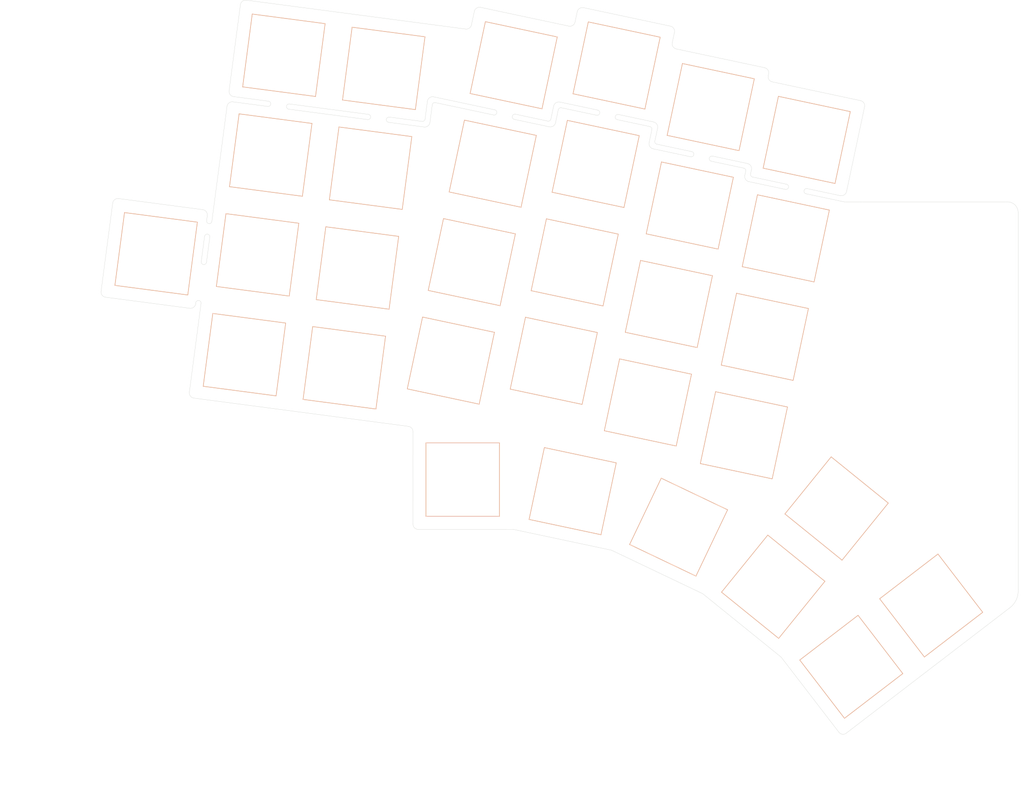
<source format=kicad_pcb>
(kicad_pcb (version 20171130) (host pcbnew 5.1.10-88a1d61d58~88~ubuntu18.04.1)

  (general
    (thickness 1.6)
    (drawings 151)
    (tracks 0)
    (zones 0)
    (modules 32)
    (nets 1)
  )

  (page A4)
  (layers
    (0 F.Cu signal)
    (31 B.Cu signal)
    (32 B.Adhes user)
    (33 F.Adhes user)
    (34 B.Paste user)
    (35 F.Paste user)
    (36 B.SilkS user)
    (37 F.SilkS user)
    (38 B.Mask user)
    (39 F.Mask user)
    (40 Dwgs.User user)
    (41 Cmts.User user)
    (42 Eco1.User user)
    (43 Eco2.User user)
    (44 Edge.Cuts user)
    (45 Margin user)
    (46 B.CrtYd user)
    (47 F.CrtYd user)
    (48 B.Fab user)
    (49 F.Fab user)
  )

  (setup
    (last_trace_width 0.25)
    (trace_clearance 0.2)
    (zone_clearance 0.508)
    (zone_45_only no)
    (trace_min 0.2)
    (via_size 0.8)
    (via_drill 0.4)
    (via_min_size 0.4)
    (via_min_drill 0.3)
    (uvia_size 0.3)
    (uvia_drill 0.1)
    (uvias_allowed no)
    (uvia_min_size 0.2)
    (uvia_min_drill 0.1)
    (edge_width 0.05)
    (segment_width 0.2)
    (pcb_text_width 0.3)
    (pcb_text_size 1.5 1.5)
    (mod_edge_width 0.12)
    (mod_text_size 1 1)
    (mod_text_width 0.15)
    (pad_size 1.524 1.524)
    (pad_drill 0.762)
    (pad_to_mask_clearance 0)
    (aux_axis_origin 0 0)
    (visible_elements FFFFFF7F)
    (pcbplotparams
      (layerselection 0x010fc_ffffffff)
      (usegerberextensions false)
      (usegerberattributes true)
      (usegerberadvancedattributes true)
      (creategerberjobfile true)
      (excludeedgelayer true)
      (linewidth 0.100000)
      (plotframeref false)
      (viasonmask false)
      (mode 1)
      (useauxorigin false)
      (hpglpennumber 1)
      (hpglpenspeed 20)
      (hpglpendiameter 15.000000)
      (psnegative false)
      (psa4output false)
      (plotreference true)
      (plotvalue true)
      (plotinvisibletext false)
      (padsonsilk false)
      (subtractmaskfromsilk false)
      (outputformat 4)
      (mirror true)
      (drillshape 0)
      (scaleselection 1)
      (outputdirectory ""))
  )

  (net 0 "")

  (net_class Default "This is the default net class."
    (clearance 0.2)
    (trace_width 0.25)
    (via_dia 0.8)
    (via_drill 0.4)
    (uvia_dia 0.3)
    (uvia_drill 0.1)
  )

  (module used_footprints:CherryMX_Hole_for_layout_tester (layer F.Cu) (tedit 606D9746) (tstamp 60E6FA54)
    (at 83.504186 69.559254 172.5)
    (path /5DAC0C81)
    (fp_text reference SW13 (at -0.04 -3.53 352.5) (layer F.Fab)
      (effects (font (size 1 1) (thickness 0.15)))
    )
    (fp_text value SW_Push (at 0 -8.6 352.5) (layer F.Fab) hide
      (effects (font (size 1 1) (thickness 0.15)))
    )
    (fp_line (start -6.95 6.95) (end 6.95 6.95) (layer F.SilkS) (width 0.12))
    (fp_line (start -6.95 6.95) (end -6.95 -6.95) (layer F.SilkS) (width 0.12))
    (fp_line (start 6.95 6.95) (end 6.95 -6.95) (layer F.SilkS) (width 0.12))
    (fp_line (start 6.95 -6.95) (end -6.95 -6.95) (layer F.SilkS) (width 0.12))
    (fp_line (start -6.95 6.95) (end -6.95 -6.95) (layer B.SilkS) (width 0.12))
    (fp_line (start 6.95 6.95) (end 6.95 -6.95) (layer B.SilkS) (width 0.12))
    (fp_line (start 6.95 -6.95) (end -6.95 -6.95) (layer B.SilkS) (width 0.12))
    (fp_line (start -6.95 6.95) (end 6.95 6.95) (layer B.SilkS) (width 0.12))
    (fp_line (start 0 -0.25) (end 0 0.25) (layer Cmts.User) (width 0.12))
    (fp_line (start -0.25 0) (end 0.25 0) (layer Cmts.User) (width 0.12))
  )

  (module used_footprints:CherryMX_Hole_for_layout_tester (layer F.Cu) (tedit 606D9746) (tstamp 60E6FA0C)
    (at 120.05976 89.572763 168)
    (path /5DAC4A72)
    (fp_text reference SW22 (at -0.04 -3.529999 348) (layer F.Fab)
      (effects (font (size 1 1) (thickness 0.15)))
    )
    (fp_text value SW_Push (at 0.000002 -8.6 348) (layer F.Fab) hide
      (effects (font (size 1 1) (thickness 0.15)))
    )
    (fp_line (start -6.95 6.95) (end 6.95 6.95) (layer F.SilkS) (width 0.12))
    (fp_line (start -6.95 6.95) (end -6.95 -6.95) (layer F.SilkS) (width 0.12))
    (fp_line (start 6.95 6.95) (end 6.95 -6.95) (layer F.SilkS) (width 0.12))
    (fp_line (start 6.95 -6.95) (end -6.95 -6.95) (layer F.SilkS) (width 0.12))
    (fp_line (start -6.95 6.95) (end -6.95 -6.95) (layer B.SilkS) (width 0.12))
    (fp_line (start 6.95 6.95) (end 6.95 -6.95) (layer B.SilkS) (width 0.12))
    (fp_line (start 6.95 -6.95) (end -6.95 -6.95) (layer B.SilkS) (width 0.12))
    (fp_line (start -6.95 6.95) (end 6.95 6.95) (layer B.SilkS) (width 0.12))
    (fp_line (start 0 -0.25) (end 0 0.25) (layer Cmts.User) (width 0.12))
    (fp_line (start -0.25 0) (end 0.25 0) (layer Cmts.User) (width 0.12))
  )

  (module used_footprints:CherryMX_Hole_for_layout_tester (layer F.Cu) (tedit 606D9746) (tstamp 60E6F9F2)
    (at 102.391234 72.045774 172.5)
    (path /5DAC0C87)
    (fp_text reference SW14 (at -0.04 -3.53 352.5) (layer F.Fab)
      (effects (font (size 1 1) (thickness 0.15)))
    )
    (fp_text value SW_Push (at 0 -8.6 352.5) (layer F.Fab) hide
      (effects (font (size 1 1) (thickness 0.15)))
    )
    (fp_line (start -6.95 6.95) (end 6.95 6.95) (layer F.SilkS) (width 0.12))
    (fp_line (start -6.95 6.95) (end -6.95 -6.95) (layer F.SilkS) (width 0.12))
    (fp_line (start 6.95 6.95) (end 6.95 -6.95) (layer F.SilkS) (width 0.12))
    (fp_line (start 6.95 -6.95) (end -6.95 -6.95) (layer F.SilkS) (width 0.12))
    (fp_line (start -6.95 6.95) (end -6.95 -6.95) (layer B.SilkS) (width 0.12))
    (fp_line (start 6.95 6.95) (end 6.95 -6.95) (layer B.SilkS) (width 0.12))
    (fp_line (start 6.95 -6.95) (end -6.95 -6.95) (layer B.SilkS) (width 0.12))
    (fp_line (start -6.95 6.95) (end 6.95 6.95) (layer B.SilkS) (width 0.12))
    (fp_line (start 0 -0.25) (end 0 0.25) (layer Cmts.User) (width 0.12))
    (fp_line (start -0.25 0) (end 0.25 0) (layer Cmts.User) (width 0.12))
  )

  (module used_footprints:CherryMX_Hole_for_layout_tester (layer F.Cu) (tedit 606D9746) (tstamp 60E6F9D8)
    (at 195.791131 147.520295 307.5)
    (path /60748C2D)
    (fp_text reference SW32 (at -0.04 -3.53 307.5) (layer F.Fab)
      (effects (font (size 1 1) (thickness 0.15)))
    )
    (fp_text value SW_Push (at 0 -8.6 307.5) (layer F.Fab) hide
      (effects (font (size 1 1) (thickness 0.15)))
    )
    (fp_line (start -6.95 6.95) (end 6.95 6.95) (layer F.SilkS) (width 0.12))
    (fp_line (start -6.95 6.95) (end -6.95 -6.95) (layer F.SilkS) (width 0.12))
    (fp_line (start 6.95 6.95) (end 6.95 -6.95) (layer F.SilkS) (width 0.12))
    (fp_line (start 6.95 -6.95) (end -6.95 -6.95) (layer F.SilkS) (width 0.12))
    (fp_line (start -6.95 6.95) (end -6.95 -6.95) (layer B.SilkS) (width 0.12))
    (fp_line (start 6.95 6.95) (end 6.95 -6.95) (layer B.SilkS) (width 0.12))
    (fp_line (start 6.95 -6.95) (end -6.95 -6.95) (layer B.SilkS) (width 0.12))
    (fp_line (start -6.95 6.95) (end 6.95 6.95) (layer B.SilkS) (width 0.12))
    (fp_line (start 0 -0.25) (end 0 0.25) (layer Cmts.User) (width 0.12))
    (fp_line (start -0.25 0) (end 0.25 0) (layer Cmts.User) (width 0.12))
  )

  (module used_footprints:CherryMX_Hole_for_layout_tester (layer F.Cu) (tedit 606D9746) (tstamp 60E6F9BE)
    (at 147.44654 52.353461 168)
    (path /5DABCF8B)
    (fp_text reference SW10 (at -0.04 -3.529999 348) (layer F.Fab)
      (effects (font (size 1 1) (thickness 0.15)))
    )
    (fp_text value SW_Push (at 0.000002 -8.6 348) (layer F.Fab) hide
      (effects (font (size 1 1) (thickness 0.15)))
    )
    (fp_line (start -6.95 6.95) (end 6.95 6.95) (layer F.SilkS) (width 0.12))
    (fp_line (start -6.95 6.95) (end -6.95 -6.95) (layer F.SilkS) (width 0.12))
    (fp_line (start 6.95 6.95) (end 6.95 -6.95) (layer F.SilkS) (width 0.12))
    (fp_line (start 6.95 -6.95) (end -6.95 -6.95) (layer F.SilkS) (width 0.12))
    (fp_line (start -6.95 6.95) (end -6.95 -6.95) (layer B.SilkS) (width 0.12))
    (fp_line (start 6.95 6.95) (end 6.95 -6.95) (layer B.SilkS) (width 0.12))
    (fp_line (start 6.95 -6.95) (end -6.95 -6.95) (layer B.SilkS) (width 0.12))
    (fp_line (start -6.95 6.95) (end 6.95 6.95) (layer B.SilkS) (width 0.12))
    (fp_line (start 0 -0.25) (end 0 0.25) (layer Cmts.User) (width 0.12))
    (fp_line (start -0.25 0) (end 0.25 0) (layer Cmts.User) (width 0.12))
  )

  (module used_footprints:CherryMX_Hole_for_layout_tester (layer F.Cu) (tedit 606D9746) (tstamp 60E6F9A4)
    (at 143.098288 114.276685 348)
    (path /5DAC93EC)
    (fp_text reference SW29 (at -0.04 -3.529999 348) (layer F.Fab)
      (effects (font (size 1 1) (thickness 0.15)))
    )
    (fp_text value SW_Push (at 0.000002 -8.6 348) (layer F.Fab) hide
      (effects (font (size 1 1) (thickness 0.15)))
    )
    (fp_line (start -6.95 6.95) (end 6.95 6.95) (layer F.SilkS) (width 0.12))
    (fp_line (start -6.95 6.95) (end -6.95 -6.95) (layer F.SilkS) (width 0.12))
    (fp_line (start 6.95 6.95) (end 6.95 -6.95) (layer F.SilkS) (width 0.12))
    (fp_line (start 6.95 -6.95) (end -6.95 -6.95) (layer F.SilkS) (width 0.12))
    (fp_line (start -6.95 6.95) (end -6.95 -6.95) (layer B.SilkS) (width 0.12))
    (fp_line (start 6.95 6.95) (end 6.95 -6.95) (layer B.SilkS) (width 0.12))
    (fp_line (start 6.95 -6.95) (end -6.95 -6.95) (layer B.SilkS) (width 0.12))
    (fp_line (start -6.95 6.95) (end 6.95 6.95) (layer B.SilkS) (width 0.12))
    (fp_line (start 0 -0.25) (end 0 0.25) (layer Cmts.User) (width 0.12))
    (fp_line (start -0.25 0) (end 0.25 0) (layer Cmts.User) (width 0.12))
  )

  (module used_footprints:CherryMX_Hole_for_layout_tester (layer F.Cu) (tedit 606D9746) (tstamp 60E6F985)
    (at 127.981163 52.305331 168)
    (path /5DABCF85)
    (fp_text reference SW9 (at -0.04 -3.529999 348) (layer F.Fab)
      (effects (font (size 1 1) (thickness 0.15)))
    )
    (fp_text value SW_Push (at 0.000002 -8.6 348) (layer F.Fab) hide
      (effects (font (size 1 1) (thickness 0.15)))
    )
    (fp_line (start -6.95 6.95) (end 6.95 6.95) (layer F.SilkS) (width 0.12))
    (fp_line (start -6.95 6.95) (end -6.95 -6.95) (layer F.SilkS) (width 0.12))
    (fp_line (start 6.95 6.95) (end 6.95 -6.95) (layer F.SilkS) (width 0.12))
    (fp_line (start 6.95 -6.95) (end -6.95 -6.95) (layer F.SilkS) (width 0.12))
    (fp_line (start -6.95 6.95) (end -6.95 -6.95) (layer B.SilkS) (width 0.12))
    (fp_line (start 6.95 6.95) (end 6.95 -6.95) (layer B.SilkS) (width 0.12))
    (fp_line (start 6.95 -6.95) (end -6.95 -6.95) (layer B.SilkS) (width 0.12))
    (fp_line (start -6.95 6.95) (end 6.95 6.95) (layer B.SilkS) (width 0.12))
    (fp_line (start 0 -0.25) (end 0 0.25) (layer Cmts.User) (width 0.12))
    (fp_line (start -0.25 0) (end 0.25 0) (layer Cmts.User) (width 0.12))
  )

  (module used_footprints:CherryMX_Hole_for_layout_tester (layer F.Cu) (tedit 606D9746) (tstamp 60E6F95A)
    (at 139.526671 89.613545 168)
    (path /5DAC4A78)
    (fp_text reference SW23 (at -0.04 -3.529999 348) (layer F.Fab)
      (effects (font (size 1 1) (thickness 0.15)))
    )
    (fp_text value SW_Push (at 0.000002 -8.6 348) (layer F.Fab) hide
      (effects (font (size 1 1) (thickness 0.15)))
    )
    (fp_line (start -6.95 6.95) (end 6.95 6.95) (layer F.SilkS) (width 0.12))
    (fp_line (start -6.95 6.95) (end -6.95 -6.95) (layer F.SilkS) (width 0.12))
    (fp_line (start 6.95 6.95) (end 6.95 -6.95) (layer F.SilkS) (width 0.12))
    (fp_line (start 6.95 -6.95) (end -6.95 -6.95) (layer F.SilkS) (width 0.12))
    (fp_line (start -6.95 6.95) (end -6.95 -6.95) (layer B.SilkS) (width 0.12))
    (fp_line (start 6.95 6.95) (end 6.95 -6.95) (layer B.SilkS) (width 0.12))
    (fp_line (start 6.95 -6.95) (end -6.95 -6.95) (layer B.SilkS) (width 0.12))
    (fp_line (start -6.95 6.95) (end 6.95 6.95) (layer B.SilkS) (width 0.12))
    (fp_line (start 0 -0.25) (end 0 0.25) (layer Cmts.User) (width 0.12))
    (fp_line (start -0.25 0) (end 0.25 0) (layer Cmts.User) (width 0.12))
  )

  (module used_footprints:CherryMX_Hole_for_layout_tester (layer F.Cu) (tedit 606D9746) (tstamp 60E6F940)
    (at 175.482693 103.704653 168)
    (path /60606272)
    (fp_text reference SW25 (at -0.04 -3.529999 348) (layer F.Fab)
      (effects (font (size 1 1) (thickness 0.15)))
    )
    (fp_text value SW_Push (at 0.000002 -8.6 348) (layer F.Fab) hide
      (effects (font (size 1 1) (thickness 0.15)))
    )
    (fp_line (start -6.95 6.95) (end 6.95 6.95) (layer F.SilkS) (width 0.12))
    (fp_line (start -6.95 6.95) (end -6.95 -6.95) (layer F.SilkS) (width 0.12))
    (fp_line (start 6.95 6.95) (end 6.95 -6.95) (layer F.SilkS) (width 0.12))
    (fp_line (start 6.95 -6.95) (end -6.95 -6.95) (layer F.SilkS) (width 0.12))
    (fp_line (start -6.95 6.95) (end -6.95 -6.95) (layer B.SilkS) (width 0.12))
    (fp_line (start 6.95 6.95) (end 6.95 -6.95) (layer B.SilkS) (width 0.12))
    (fp_line (start 6.95 -6.95) (end -6.95 -6.95) (layer B.SilkS) (width 0.12))
    (fp_line (start -6.95 6.95) (end 6.95 6.95) (layer B.SilkS) (width 0.12))
    (fp_line (start 0 -0.25) (end 0 0.25) (layer Cmts.User) (width 0.12))
    (fp_line (start -0.25 0) (end 0.25 0) (layer Cmts.User) (width 0.12))
  )

  (module used_footprints:CherryMX_Hole_for_layout_tester (layer F.Cu) (tedit 606D9746) (tstamp 60E6F926)
    (at 99.904687 90.932794 172.5)
    (path /5DAC4A6C)
    (fp_text reference SW21 (at -0.04 -3.53 352.5) (layer F.Fab)
      (effects (font (size 1 1) (thickness 0.15)))
    )
    (fp_text value SW_Push (at 0 -8.6 352.5) (layer F.Fab) hide
      (effects (font (size 1 1) (thickness 0.15)))
    )
    (fp_line (start -6.95 6.95) (end 6.95 6.95) (layer F.SilkS) (width 0.12))
    (fp_line (start -6.95 6.95) (end -6.95 -6.95) (layer F.SilkS) (width 0.12))
    (fp_line (start 6.95 6.95) (end 6.95 -6.95) (layer F.SilkS) (width 0.12))
    (fp_line (start 6.95 -6.95) (end -6.95 -6.95) (layer F.SilkS) (width 0.12))
    (fp_line (start -6.95 6.95) (end -6.95 -6.95) (layer B.SilkS) (width 0.12))
    (fp_line (start 6.95 6.95) (end 6.95 -6.95) (layer B.SilkS) (width 0.12))
    (fp_line (start 6.95 -6.95) (end -6.95 -6.95) (layer B.SilkS) (width 0.12))
    (fp_line (start -6.95 6.95) (end 6.95 6.95) (layer B.SilkS) (width 0.12))
    (fp_line (start 0 -0.25) (end 0 0.25) (layer Cmts.User) (width 0.12))
    (fp_line (start -0.25 0) (end 0.25 0) (layer Cmts.User) (width 0.12))
  )

  (module used_footprints:CherryMX_Hole_for_layout_tester (layer F.Cu) (tedit 606D9746) (tstamp 60E6F8F4)
    (at 179.443432 85.07096 168)
    (path /605152F6)
    (fp_text reference SW18 (at -0.04 -3.529999 348) (layer F.Fab)
      (effects (font (size 1 1) (thickness 0.15)))
    )
    (fp_text value SW_Push (at 0.000002 -8.6 348) (layer F.Fab) hide
      (effects (font (size 1 1) (thickness 0.15)))
    )
    (fp_line (start -6.95 6.95) (end 6.95 6.95) (layer F.SilkS) (width 0.12))
    (fp_line (start -6.95 6.95) (end -6.95 -6.95) (layer F.SilkS) (width 0.12))
    (fp_line (start 6.95 6.95) (end 6.95 -6.95) (layer F.SilkS) (width 0.12))
    (fp_line (start 6.95 -6.95) (end -6.95 -6.95) (layer F.SilkS) (width 0.12))
    (fp_line (start -6.95 6.95) (end -6.95 -6.95) (layer B.SilkS) (width 0.12))
    (fp_line (start 6.95 6.95) (end 6.95 -6.95) (layer B.SilkS) (width 0.12))
    (fp_line (start 6.95 -6.95) (end -6.95 -6.95) (layer B.SilkS) (width 0.12))
    (fp_line (start -6.95 6.95) (end 6.95 6.95) (layer B.SilkS) (width 0.12))
    (fp_line (start 0 -0.25) (end 0 0.25) (layer Cmts.User) (width 0.12))
    (fp_line (start -0.25 0) (end 0.25 0) (layer Cmts.User) (width 0.12))
  )

  (module used_footprints:CherryMX_Hole_for_layout_tester (layer F.Cu) (tedit 606D9746) (tstamp 60E6F8A0)
    (at 143.485825 70.987183 168)
    (path /5DAC0C93)
    (fp_text reference SW16 (at -0.04 -3.529999 348) (layer F.Fab)
      (effects (font (size 1 1) (thickness 0.15)))
    )
    (fp_text value SW_Push (at 0.000002 -8.6 348) (layer F.Fab) hide
      (effects (font (size 1 1) (thickness 0.15)))
    )
    (fp_line (start -6.95 6.95) (end 6.95 6.95) (layer F.SilkS) (width 0.12))
    (fp_line (start -6.95 6.95) (end -6.95 -6.95) (layer F.SilkS) (width 0.12))
    (fp_line (start 6.95 6.95) (end 6.95 -6.95) (layer F.SilkS) (width 0.12))
    (fp_line (start 6.95 -6.95) (end -6.95 -6.95) (layer F.SilkS) (width 0.12))
    (fp_line (start -6.95 6.95) (end -6.95 -6.95) (layer B.SilkS) (width 0.12))
    (fp_line (start 6.95 6.95) (end 6.95 -6.95) (layer B.SilkS) (width 0.12))
    (fp_line (start 6.95 -6.95) (end -6.95 -6.95) (layer B.SilkS) (width 0.12))
    (fp_line (start -6.95 6.95) (end 6.95 6.95) (layer B.SilkS) (width 0.12))
    (fp_line (start 0 -0.25) (end 0 0.25) (layer Cmts.User) (width 0.12))
    (fp_line (start -0.25 0) (end 0.25 0) (layer Cmts.User) (width 0.12))
  )

  (module used_footprints:CherryMX_Hole_for_layout_tester (layer F.Cu) (tedit 606D9746) (tstamp 60E6F886)
    (at 81.017676 88.446257 172.5)
    (path /5DAC4A66)
    (fp_text reference SW20 (at -0.04 -3.53 352.5) (layer F.Fab)
      (effects (font (size 1 1) (thickness 0.15)))
    )
    (fp_text value SW_Push (at 0 -8.6 352.5) (layer F.Fab) hide
      (effects (font (size 1 1) (thickness 0.15)))
    )
    (fp_line (start -6.95 6.95) (end 6.95 6.95) (layer F.SilkS) (width 0.12))
    (fp_line (start -6.95 6.95) (end -6.95 -6.95) (layer F.SilkS) (width 0.12))
    (fp_line (start 6.95 6.95) (end 6.95 -6.95) (layer F.SilkS) (width 0.12))
    (fp_line (start 6.95 -6.95) (end -6.95 -6.95) (layer F.SilkS) (width 0.12))
    (fp_line (start -6.95 6.95) (end -6.95 -6.95) (layer B.SilkS) (width 0.12))
    (fp_line (start 6.95 6.95) (end 6.95 -6.95) (layer B.SilkS) (width 0.12))
    (fp_line (start 6.95 -6.95) (end -6.95 -6.95) (layer B.SilkS) (width 0.12))
    (fp_line (start -6.95 6.95) (end 6.95 6.95) (layer B.SilkS) (width 0.12))
    (fp_line (start 0 -0.25) (end 0 0.25) (layer Cmts.User) (width 0.12))
    (fp_line (start -0.25 0) (end 0.25 0) (layer Cmts.User) (width 0.12))
  )

  (module used_footprints:CherryMX_Hole_for_layout_tester (layer F.Cu) (tedit 606D9746) (tstamp 60E6F86C)
    (at 122.290828 112.097075)
    (path /609231DE)
    (fp_text reference SW28 (at -0.04 -3.53 180) (layer F.Fab)
      (effects (font (size 1 1) (thickness 0.15)))
    )
    (fp_text value SW_Push (at 0 -8.6 180) (layer F.Fab) hide
      (effects (font (size 1 1) (thickness 0.15)))
    )
    (fp_line (start -6.95 6.95) (end 6.95 6.95) (layer F.SilkS) (width 0.12))
    (fp_line (start -6.95 6.95) (end -6.95 -6.95) (layer F.SilkS) (width 0.12))
    (fp_line (start 6.95 6.95) (end 6.95 -6.95) (layer F.SilkS) (width 0.12))
    (fp_line (start 6.95 -6.95) (end -6.95 -6.95) (layer F.SilkS) (width 0.12))
    (fp_line (start -6.95 6.95) (end -6.95 -6.95) (layer B.SilkS) (width 0.12))
    (fp_line (start 6.95 6.95) (end 6.95 -6.95) (layer B.SilkS) (width 0.12))
    (fp_line (start 6.95 -6.95) (end -6.95 -6.95) (layer B.SilkS) (width 0.12))
    (fp_line (start -6.95 6.95) (end 6.95 6.95) (layer B.SilkS) (width 0.12))
    (fp_line (start 0 -0.25) (end 0 0.25) (layer Cmts.User) (width 0.12))
    (fp_line (start -0.25 0) (end 0.25 0) (layer Cmts.User) (width 0.12))
  )

  (module used_footprints:CherryMX_Hole_for_layout_tester (layer F.Cu) (tedit 606D9746) (tstamp 60E6F852)
    (at 193.016024 117.563498 141)
    (path /6070B41C)
    (fp_text reference SW26 (at -0.04 -3.53 321) (layer F.Fab)
      (effects (font (size 1 1) (thickness 0.15)))
    )
    (fp_text value SW_Push (at 0 -8.6 321) (layer F.Fab) hide
      (effects (font (size 1 1) (thickness 0.15)))
    )
    (fp_line (start -6.95 6.95) (end 6.95 6.95) (layer F.SilkS) (width 0.12))
    (fp_line (start -6.95 6.95) (end -6.95 -6.95) (layer F.SilkS) (width 0.12))
    (fp_line (start 6.95 6.95) (end 6.95 -6.95) (layer F.SilkS) (width 0.12))
    (fp_line (start 6.95 -6.95) (end -6.95 -6.95) (layer F.SilkS) (width 0.12))
    (fp_line (start -6.95 6.95) (end -6.95 -6.95) (layer B.SilkS) (width 0.12))
    (fp_line (start 6.95 6.95) (end 6.95 -6.95) (layer B.SilkS) (width 0.12))
    (fp_line (start 6.95 -6.95) (end -6.95 -6.95) (layer B.SilkS) (width 0.12))
    (fp_line (start -6.95 6.95) (end 6.95 6.95) (layer B.SilkS) (width 0.12))
    (fp_line (start 0 -0.25) (end 0 0.25) (layer Cmts.User) (width 0.12))
    (fp_line (start -0.25 0) (end 0.25 0) (layer Cmts.User) (width 0.12))
  )

  (module used_footprints:CherryMX_Hole_for_layout_tester (layer F.Cu) (tedit 606D9746) (tstamp 60E6F838)
    (at 88.477249 31.785188 172.5)
    (path /5DAB46E1)
    (fp_text reference SW1 (at -0.04 -3.53 352.5) (layer F.Fab)
      (effects (font (size 1 1) (thickness 0.15)))
    )
    (fp_text value SW_Push (at 0 -8.6 352.5) (layer F.Fab) hide
      (effects (font (size 1 1) (thickness 0.15)))
    )
    (fp_line (start -6.95 6.95) (end 6.95 6.95) (layer F.SilkS) (width 0.12))
    (fp_line (start -6.95 6.95) (end -6.95 -6.95) (layer F.SilkS) (width 0.12))
    (fp_line (start 6.95 6.95) (end 6.95 -6.95) (layer F.SilkS) (width 0.12))
    (fp_line (start 6.95 -6.95) (end -6.95 -6.95) (layer F.SilkS) (width 0.12))
    (fp_line (start -6.95 6.95) (end -6.95 -6.95) (layer B.SilkS) (width 0.12))
    (fp_line (start 6.95 6.95) (end 6.95 -6.95) (layer B.SilkS) (width 0.12))
    (fp_line (start 6.95 -6.95) (end -6.95 -6.95) (layer B.SilkS) (width 0.12))
    (fp_line (start -6.95 6.95) (end 6.95 6.95) (layer B.SilkS) (width 0.12))
    (fp_line (start 0 -0.25) (end 0 0.25) (layer Cmts.User) (width 0.12))
    (fp_line (start -0.25 0) (end 0.25 0) (layer Cmts.User) (width 0.12))
  )

  (module used_footprints:CherryMX_Hole_for_layout_tester (layer F.Cu) (tedit 606D9746) (tstamp 60E6F81E)
    (at 183.404132 66.437218 168)
    (path /604F1B9A)
    (fp_text reference SW12 (at -0.65 -3.5 348) (layer F.Fab)
      (effects (font (size 1 1) (thickness 0.15)))
    )
    (fp_text value SW_Push (at 0.000002 -8.6 348) (layer F.Fab) hide
      (effects (font (size 1 1) (thickness 0.15)))
    )
    (fp_line (start -6.95 6.95) (end 6.95 6.95) (layer F.SilkS) (width 0.12))
    (fp_line (start -6.95 6.95) (end -6.95 -6.95) (layer F.SilkS) (width 0.12))
    (fp_line (start 6.95 6.95) (end 6.95 -6.95) (layer F.SilkS) (width 0.12))
    (fp_line (start 6.95 -6.95) (end -6.95 -6.95) (layer F.SilkS) (width 0.12))
    (fp_line (start -6.95 6.95) (end -6.95 -6.95) (layer B.SilkS) (width 0.12))
    (fp_line (start 6.95 6.95) (end 6.95 -6.95) (layer B.SilkS) (width 0.12))
    (fp_line (start 6.95 -6.95) (end -6.95 -6.95) (layer B.SilkS) (width 0.12))
    (fp_line (start -6.95 6.95) (end 6.95 6.95) (layer B.SilkS) (width 0.12))
    (fp_line (start 0 -0.25) (end 0 0.25) (layer Cmts.User) (width 0.12))
    (fp_line (start -0.25 0) (end 0.25 0) (layer Cmts.User) (width 0.12))
  )

  (module used_footprints:CherryMX_Hole_for_layout_tester (layer F.Cu) (tedit 606D9746) (tstamp 60E6F804)
    (at 210.904475 135.923412 127.5)
    (path /605336C7)
    (fp_text reference SW19 (at -0.04 -3.53 307.5) (layer F.Fab)
      (effects (font (size 1 1) (thickness 0.15)))
    )
    (fp_text value SW_Push (at 0 -8.6 307.5) (layer F.Fab) hide
      (effects (font (size 1 1) (thickness 0.15)))
    )
    (fp_line (start -6.95 6.95) (end 6.95 6.95) (layer F.SilkS) (width 0.12))
    (fp_line (start -6.95 6.95) (end -6.95 -6.95) (layer F.SilkS) (width 0.12))
    (fp_line (start 6.95 6.95) (end 6.95 -6.95) (layer F.SilkS) (width 0.12))
    (fp_line (start 6.95 -6.95) (end -6.95 -6.95) (layer F.SilkS) (width 0.12))
    (fp_line (start -6.95 6.95) (end -6.95 -6.95) (layer B.SilkS) (width 0.12))
    (fp_line (start 6.95 6.95) (end 6.95 -6.95) (layer B.SilkS) (width 0.12))
    (fp_line (start 6.95 -6.95) (end -6.95 -6.95) (layer B.SilkS) (width 0.12))
    (fp_line (start -6.95 6.95) (end 6.95 6.95) (layer B.SilkS) (width 0.12))
    (fp_line (start 0 -0.25) (end 0 0.25) (layer Cmts.User) (width 0.12))
    (fp_line (start -0.25 0) (end 0.25 0) (layer Cmts.User) (width 0.12))
  )

  (module used_footprints:CherryMX_Hole_for_layout_tester (layer F.Cu) (tedit 606D9746) (tstamp 60E6F7D4)
    (at 64.316986 69.353031 172.5)
    (path /5DAC0C7B)
    (fp_text reference SW27 (at -0.04 -3.53 352.5) (layer F.Fab)
      (effects (font (size 1 1) (thickness 0.15)))
    )
    (fp_text value SW_Push (at 0 -8.6 352.5) (layer F.Fab) hide
      (effects (font (size 1 1) (thickness 0.15)))
    )
    (fp_line (start -6.95 6.95) (end 6.95 6.95) (layer F.SilkS) (width 0.12))
    (fp_line (start -6.95 6.95) (end -6.95 -6.95) (layer F.SilkS) (width 0.12))
    (fp_line (start 6.95 6.95) (end 6.95 -6.95) (layer F.SilkS) (width 0.12))
    (fp_line (start 6.95 -6.95) (end -6.95 -6.95) (layer F.SilkS) (width 0.12))
    (fp_line (start -6.95 6.95) (end -6.95 -6.95) (layer B.SilkS) (width 0.12))
    (fp_line (start 6.95 6.95) (end 6.95 -6.95) (layer B.SilkS) (width 0.12))
    (fp_line (start 6.95 -6.95) (end -6.95 -6.95) (layer B.SilkS) (width 0.12))
    (fp_line (start -6.95 6.95) (end 6.95 6.95) (layer B.SilkS) (width 0.12))
    (fp_line (start 0 -0.25) (end 0 0.25) (layer Cmts.User) (width 0.12))
    (fp_line (start -0.25 0) (end 0.25 0) (layer Cmts.User) (width 0.12))
  )

  (module used_footprints:CherryMX_Hole_for_layout_tester (layer F.Cu) (tedit 606D9746) (tstamp 60E6F7BA)
    (at 124.020471 70.939055 168)
    (path /5DAC0C8D)
    (fp_text reference SW15 (at -0.04 -3.529999 348) (layer F.Fab)
      (effects (font (size 1 1) (thickness 0.15)))
    )
    (fp_text value SW_Push (at 0.000002 -8.6 348) (layer F.Fab) hide
      (effects (font (size 1 1) (thickness 0.15)))
    )
    (fp_line (start -6.95 6.95) (end 6.95 6.95) (layer F.SilkS) (width 0.12))
    (fp_line (start -6.95 6.95) (end -6.95 -6.95) (layer F.SilkS) (width 0.12))
    (fp_line (start 6.95 6.95) (end 6.95 -6.95) (layer F.SilkS) (width 0.12))
    (fp_line (start 6.95 -6.95) (end -6.95 -6.95) (layer F.SilkS) (width 0.12))
    (fp_line (start -6.95 6.95) (end -6.95 -6.95) (layer B.SilkS) (width 0.12))
    (fp_line (start 6.95 6.95) (end 6.95 -6.95) (layer B.SilkS) (width 0.12))
    (fp_line (start 6.95 -6.95) (end -6.95 -6.95) (layer B.SilkS) (width 0.12))
    (fp_line (start -6.95 6.95) (end 6.95 6.95) (layer B.SilkS) (width 0.12))
    (fp_line (start 0 -0.25) (end 0 0.25) (layer Cmts.User) (width 0.12))
    (fp_line (start -0.25 0) (end 0.25 0) (layer Cmts.User) (width 0.12))
  )

  (module used_footprints:CherryMX_Hole_for_layout_tester (layer F.Cu) (tedit 606D9746) (tstamp 60E6F7A0)
    (at 181.027472 132.368129 321)
    (path /603D9F6E)
    (fp_text reference SW31 (at -0.04 -3.53 321) (layer F.Fab)
      (effects (font (size 1 1) (thickness 0.15)))
    )
    (fp_text value SW_Push (at 0 -8.6 321) (layer F.Fab) hide
      (effects (font (size 1 1) (thickness 0.15)))
    )
    (fp_line (start -6.95 6.95) (end 6.95 6.95) (layer F.SilkS) (width 0.12))
    (fp_line (start -6.95 6.95) (end -6.95 -6.95) (layer F.SilkS) (width 0.12))
    (fp_line (start 6.95 6.95) (end 6.95 -6.95) (layer F.SilkS) (width 0.12))
    (fp_line (start 6.95 -6.95) (end -6.95 -6.95) (layer F.SilkS) (width 0.12))
    (fp_line (start -6.95 6.95) (end -6.95 -6.95) (layer B.SilkS) (width 0.12))
    (fp_line (start 6.95 6.95) (end 6.95 -6.95) (layer B.SilkS) (width 0.12))
    (fp_line (start 6.95 -6.95) (end -6.95 -6.95) (layer B.SilkS) (width 0.12))
    (fp_line (start -6.95 6.95) (end 6.95 6.95) (layer B.SilkS) (width 0.12))
    (fp_line (start 0 -0.25) (end 0 0.25) (layer Cmts.User) (width 0.12))
    (fp_line (start -0.25 0) (end 0.25 0) (layer Cmts.User) (width 0.12))
  )

  (module used_footprints:CherryMX_Hole_for_layout_tester (layer F.Cu) (tedit 606D9746) (tstamp 60E6F786)
    (at 163.130859 121.090169 334.5)
    (path /5DAC93F2)
    (fp_text reference SW30 (at -0.04 -3.53 334.5) (layer F.Fab)
      (effects (font (size 1 1) (thickness 0.15)))
    )
    (fp_text value SW_Push (at 0 -8.599999 334.5) (layer F.Fab) hide
      (effects (font (size 1 1) (thickness 0.15)))
    )
    (fp_line (start -6.95 6.95) (end 6.95 6.95) (layer F.SilkS) (width 0.12))
    (fp_line (start -6.95 6.95) (end -6.95 -6.95) (layer F.SilkS) (width 0.12))
    (fp_line (start 6.95 6.95) (end 6.95 -6.95) (layer F.SilkS) (width 0.12))
    (fp_line (start 6.95 -6.95) (end -6.95 -6.95) (layer F.SilkS) (width 0.12))
    (fp_line (start -6.95 6.95) (end -6.95 -6.95) (layer B.SilkS) (width 0.12))
    (fp_line (start 6.95 6.95) (end 6.95 -6.95) (layer B.SilkS) (width 0.12))
    (fp_line (start 6.95 -6.95) (end -6.95 -6.95) (layer B.SilkS) (width 0.12))
    (fp_line (start -6.95 6.95) (end 6.95 6.95) (layer B.SilkS) (width 0.12))
    (fp_line (start 0 -0.25) (end 0 0.25) (layer Cmts.User) (width 0.12))
    (fp_line (start -0.25 0) (end 0.25 0) (layer Cmts.User) (width 0.12))
  )

  (module used_footprints:CherryMX_Hole_for_layout_tester (layer F.Cu) (tedit 606D9746) (tstamp 60E6F76C)
    (at 107.36428 34.271722 172.5)
    (path /5DAB4EC8)
    (fp_text reference SW2 (at -0.04 -3.53 352.5) (layer F.Fab)
      (effects (font (size 1 1) (thickness 0.15)))
    )
    (fp_text value SW_Push (at 0 -8.6 352.5) (layer F.Fab) hide
      (effects (font (size 1 1) (thickness 0.15)))
    )
    (fp_line (start -6.95 6.95) (end 6.95 6.95) (layer F.SilkS) (width 0.12))
    (fp_line (start -6.95 6.95) (end -6.95 -6.95) (layer F.SilkS) (width 0.12))
    (fp_line (start 6.95 6.95) (end 6.95 -6.95) (layer F.SilkS) (width 0.12))
    (fp_line (start 6.95 -6.95) (end -6.95 -6.95) (layer F.SilkS) (width 0.12))
    (fp_line (start -6.95 6.95) (end -6.95 -6.95) (layer B.SilkS) (width 0.12))
    (fp_line (start 6.95 6.95) (end 6.95 -6.95) (layer B.SilkS) (width 0.12))
    (fp_line (start 6.95 -6.95) (end -6.95 -6.95) (layer B.SilkS) (width 0.12))
    (fp_line (start -6.95 6.95) (end 6.95 6.95) (layer B.SilkS) (width 0.12))
    (fp_line (start 0 -0.25) (end 0 0.25) (layer Cmts.User) (width 0.12))
    (fp_line (start -0.25 0) (end 0.25 0) (layer Cmts.User) (width 0.12))
  )

  (module used_footprints:CherryMX_Hole_for_layout_tester (layer F.Cu) (tedit 606D9746) (tstamp 60E6F74F)
    (at 85.990723 50.672224 172.5)
    (path /5DABCF79)
    (fp_text reference SW7 (at -0.04 -3.53 352.5) (layer F.Fab)
      (effects (font (size 1 1) (thickness 0.15)))
    )
    (fp_text value SW_Push (at 0 -8.6 352.5) (layer F.Fab) hide
      (effects (font (size 1 1) (thickness 0.15)))
    )
    (fp_line (start -6.95 6.95) (end 6.95 6.95) (layer F.SilkS) (width 0.12))
    (fp_line (start -6.95 6.95) (end -6.95 -6.95) (layer F.SilkS) (width 0.12))
    (fp_line (start 6.95 6.95) (end 6.95 -6.95) (layer F.SilkS) (width 0.12))
    (fp_line (start 6.95 -6.95) (end -6.95 -6.95) (layer F.SilkS) (width 0.12))
    (fp_line (start -6.95 6.95) (end -6.95 -6.95) (layer B.SilkS) (width 0.12))
    (fp_line (start 6.95 6.95) (end 6.95 -6.95) (layer B.SilkS) (width 0.12))
    (fp_line (start 6.95 -6.95) (end -6.95 -6.95) (layer B.SilkS) (width 0.12))
    (fp_line (start -6.95 6.95) (end 6.95 6.95) (layer B.SilkS) (width 0.12))
    (fp_line (start 0 -0.25) (end 0 0.25) (layer Cmts.User) (width 0.12))
    (fp_line (start -0.25 0) (end 0.25 0) (layer Cmts.User) (width 0.12))
  )

  (module used_footprints:CherryMX_Hole_for_layout_tester (layer F.Cu) (tedit 606D9746) (tstamp 60E6F71E)
    (at 131.941891 33.671617 168)
    (path /5DAB836D)
    (fp_text reference SW3 (at -0.04 -3.529999 348) (layer F.Fab)
      (effects (font (size 1 1) (thickness 0.15)))
    )
    (fp_text value SW_Push (at 0.000002 -8.6 348) (layer F.Fab) hide
      (effects (font (size 1 1) (thickness 0.15)))
    )
    (fp_line (start -6.95 6.95) (end 6.95 6.95) (layer F.SilkS) (width 0.12))
    (fp_line (start -6.95 6.95) (end -6.95 -6.95) (layer F.SilkS) (width 0.12))
    (fp_line (start 6.95 6.95) (end 6.95 -6.95) (layer F.SilkS) (width 0.12))
    (fp_line (start 6.95 -6.95) (end -6.95 -6.95) (layer F.SilkS) (width 0.12))
    (fp_line (start -6.95 6.95) (end -6.95 -6.95) (layer B.SilkS) (width 0.12))
    (fp_line (start 6.95 6.95) (end 6.95 -6.95) (layer B.SilkS) (width 0.12))
    (fp_line (start 6.95 -6.95) (end -6.95 -6.95) (layer B.SilkS) (width 0.12))
    (fp_line (start -6.95 6.95) (end 6.95 6.95) (layer B.SilkS) (width 0.12))
    (fp_line (start 0 -0.25) (end 0 0.25) (layer Cmts.User) (width 0.12))
    (fp_line (start -0.25 0) (end 0.25 0) (layer Cmts.User) (width 0.12))
  )

  (module used_footprints:CherryMX_Hole_for_layout_tester (layer F.Cu) (tedit 606D9746) (tstamp 60E6F703)
    (at 104.877761 53.158749 172.5)
    (path /5DABCF7F)
    (fp_text reference SW8 (at -0.04 -3.53 352.5) (layer F.Fab)
      (effects (font (size 1 1) (thickness 0.15)))
    )
    (fp_text value SW_Push (at 0 -8.6 352.5) (layer F.Fab) hide
      (effects (font (size 1 1) (thickness 0.15)))
    )
    (fp_line (start -6.95 6.95) (end 6.95 6.95) (layer F.SilkS) (width 0.12))
    (fp_line (start -6.95 6.95) (end -6.95 -6.95) (layer F.SilkS) (width 0.12))
    (fp_line (start 6.95 6.95) (end 6.95 -6.95) (layer F.SilkS) (width 0.12))
    (fp_line (start 6.95 -6.95) (end -6.95 -6.95) (layer F.SilkS) (width 0.12))
    (fp_line (start -6.95 6.95) (end -6.95 -6.95) (layer B.SilkS) (width 0.12))
    (fp_line (start 6.95 6.95) (end 6.95 -6.95) (layer B.SilkS) (width 0.12))
    (fp_line (start 6.95 -6.95) (end -6.95 -6.95) (layer B.SilkS) (width 0.12))
    (fp_line (start -6.95 6.95) (end 6.95 6.95) (layer B.SilkS) (width 0.12))
    (fp_line (start 0 -0.25) (end 0 0.25) (layer Cmts.User) (width 0.12))
    (fp_line (start -0.25 0) (end 0.25 0) (layer Cmts.User) (width 0.12))
  )

  (module used_footprints:CherryMX_Hole_for_layout_tester (layer F.Cu) (tedit 606D9746) (tstamp 60E6F6E5)
    (at 161.28789 78.860462 168)
    (path /5DAC0C99)
    (fp_text reference SW17 (at -0.04 -3.529999 348) (layer F.Fab)
      (effects (font (size 1 1) (thickness 0.15)))
    )
    (fp_text value SW_Push (at 0.000002 -8.6 348) (layer F.Fab) hide
      (effects (font (size 1 1) (thickness 0.15)))
    )
    (fp_line (start -6.95 6.95) (end 6.95 6.95) (layer F.SilkS) (width 0.12))
    (fp_line (start -6.95 6.95) (end -6.95 -6.95) (layer F.SilkS) (width 0.12))
    (fp_line (start 6.95 6.95) (end 6.95 -6.95) (layer F.SilkS) (width 0.12))
    (fp_line (start 6.95 -6.95) (end -6.95 -6.95) (layer F.SilkS) (width 0.12))
    (fp_line (start -6.95 6.95) (end -6.95 -6.95) (layer B.SilkS) (width 0.12))
    (fp_line (start 6.95 6.95) (end 6.95 -6.95) (layer B.SilkS) (width 0.12))
    (fp_line (start 6.95 -6.95) (end -6.95 -6.95) (layer B.SilkS) (width 0.12))
    (fp_line (start -6.95 6.95) (end 6.95 6.95) (layer B.SilkS) (width 0.12))
    (fp_line (start 0 -0.25) (end 0 0.25) (layer Cmts.User) (width 0.12))
    (fp_line (start -0.25 0) (end 0.25 0) (layer Cmts.User) (width 0.12))
  )

  (module used_footprints:CherryMX_Hole_for_layout_tester (layer F.Cu) (tedit 606D9746) (tstamp 60E6F6CB)
    (at 169.209338 41.593038 168)
    (path /5DAB8379)
    (fp_text reference SW5 (at -0.04 -3.529999 348) (layer F.Fab)
      (effects (font (size 1 1) (thickness 0.15)))
    )
    (fp_text value SW_Push (at 0.000002 -8.6 348) (layer F.Fab) hide
      (effects (font (size 1 1) (thickness 0.15)))
    )
    (fp_line (start -6.95 6.95) (end 6.95 6.95) (layer F.SilkS) (width 0.12))
    (fp_line (start -6.95 6.95) (end -6.95 -6.95) (layer F.SilkS) (width 0.12))
    (fp_line (start 6.95 6.95) (end 6.95 -6.95) (layer F.SilkS) (width 0.12))
    (fp_line (start 6.95 -6.95) (end -6.95 -6.95) (layer F.SilkS) (width 0.12))
    (fp_line (start -6.95 6.95) (end -6.95 -6.95) (layer B.SilkS) (width 0.12))
    (fp_line (start 6.95 6.95) (end 6.95 -6.95) (layer B.SilkS) (width 0.12))
    (fp_line (start 6.95 -6.95) (end -6.95 -6.95) (layer B.SilkS) (width 0.12))
    (fp_line (start -6.95 6.95) (end 6.95 6.95) (layer B.SilkS) (width 0.12))
    (fp_line (start 0 -0.25) (end 0 0.25) (layer Cmts.User) (width 0.12))
    (fp_line (start -0.25 0) (end 0.25 0) (layer Cmts.User) (width 0.12))
  )

  (module used_footprints:CherryMX_Hole_for_layout_tester (layer F.Cu) (tedit 606D9746) (tstamp 60E6F6B1)
    (at 165.248617 60.226759 168)
    (path /5DABCF91)
    (fp_text reference SW11 (at -0.04 -3.529999 348) (layer F.Fab)
      (effects (font (size 1 1) (thickness 0.15)))
    )
    (fp_text value SW_Push (at 0.000002 -8.6 348) (layer F.Fab) hide
      (effects (font (size 1 1) (thickness 0.15)))
    )
    (fp_line (start -6.95 6.95) (end 6.95 6.95) (layer F.SilkS) (width 0.12))
    (fp_line (start -6.95 6.95) (end -6.95 -6.95) (layer F.SilkS) (width 0.12))
    (fp_line (start 6.95 6.95) (end 6.95 -6.95) (layer F.SilkS) (width 0.12))
    (fp_line (start 6.95 -6.95) (end -6.95 -6.95) (layer F.SilkS) (width 0.12))
    (fp_line (start -6.95 6.95) (end -6.95 -6.95) (layer B.SilkS) (width 0.12))
    (fp_line (start 6.95 6.95) (end 6.95 -6.95) (layer B.SilkS) (width 0.12))
    (fp_line (start 6.95 -6.95) (end -6.95 -6.95) (layer B.SilkS) (width 0.12))
    (fp_line (start -6.95 6.95) (end 6.95 6.95) (layer B.SilkS) (width 0.12))
    (fp_line (start 0 -0.25) (end 0 0.25) (layer Cmts.User) (width 0.12))
    (fp_line (start -0.25 0) (end 0.25 0) (layer Cmts.User) (width 0.12))
  )

  (module used_footprints:CherryMX_Hole_for_layout_tester (layer F.Cu) (tedit 606D9746) (tstamp 60E6F697)
    (at 187.364829 47.803515 168)
    (path /604A6082)
    (fp_text reference SW6 (at -0.04 -3.529999 348) (layer F.Fab)
      (effects (font (size 1 1) (thickness 0.15)))
    )
    (fp_text value SW_Push (at 0.000002 -8.6 348) (layer F.Fab) hide
      (effects (font (size 1 1) (thickness 0.15)))
    )
    (fp_line (start -6.95 6.95) (end 6.95 6.95) (layer F.SilkS) (width 0.12))
    (fp_line (start -6.95 6.95) (end -6.95 -6.95) (layer F.SilkS) (width 0.12))
    (fp_line (start 6.95 6.95) (end 6.95 -6.95) (layer F.SilkS) (width 0.12))
    (fp_line (start 6.95 -6.95) (end -6.95 -6.95) (layer F.SilkS) (width 0.12))
    (fp_line (start -6.95 6.95) (end -6.95 -6.95) (layer B.SilkS) (width 0.12))
    (fp_line (start 6.95 6.95) (end 6.95 -6.95) (layer B.SilkS) (width 0.12))
    (fp_line (start 6.95 -6.95) (end -6.95 -6.95) (layer B.SilkS) (width 0.12))
    (fp_line (start -6.95 6.95) (end 6.95 6.95) (layer B.SilkS) (width 0.12))
    (fp_line (start 0 -0.25) (end 0 0.25) (layer Cmts.User) (width 0.12))
    (fp_line (start -0.25 0) (end 0.25 0) (layer Cmts.User) (width 0.12))
  )

  (module used_footprints:CherryMX_Hole_for_layout_tester (layer F.Cu) (tedit 606D9746) (tstamp 60E6F67D)
    (at 157.327194 97.494189 168)
    (path /5DAC4A7E)
    (fp_text reference SW24 (at -0.04 -3.529999 348) (layer F.Fab)
      (effects (font (size 1 1) (thickness 0.15)))
    )
    (fp_text value SW_Push (at 0.000002 -8.6 348) (layer F.Fab) hide
      (effects (font (size 1 1) (thickness 0.15)))
    )
    (fp_line (start -6.95 6.95) (end 6.95 6.95) (layer F.SilkS) (width 0.12))
    (fp_line (start -6.95 6.95) (end -6.95 -6.95) (layer F.SilkS) (width 0.12))
    (fp_line (start 6.95 6.95) (end 6.95 -6.95) (layer F.SilkS) (width 0.12))
    (fp_line (start 6.95 -6.95) (end -6.95 -6.95) (layer F.SilkS) (width 0.12))
    (fp_line (start -6.95 6.95) (end -6.95 -6.95) (layer B.SilkS) (width 0.12))
    (fp_line (start 6.95 6.95) (end 6.95 -6.95) (layer B.SilkS) (width 0.12))
    (fp_line (start 6.95 -6.95) (end -6.95 -6.95) (layer B.SilkS) (width 0.12))
    (fp_line (start -6.95 6.95) (end 6.95 6.95) (layer B.SilkS) (width 0.12))
    (fp_line (start 0 -0.25) (end 0 0.25) (layer Cmts.User) (width 0.12))
    (fp_line (start -0.25 0) (end 0.25 0) (layer Cmts.User) (width 0.12))
  )

  (module used_footprints:CherryMX_Hole_for_layout_tester (layer F.Cu) (tedit 606D9746) (tstamp 60E6F663)
    (at 151.407255 33.719734 168)
    (path /5DAB8373)
    (fp_text reference SW4 (at -0.04 -3.529999 348) (layer F.Fab)
      (effects (font (size 1 1) (thickness 0.15)))
    )
    (fp_text value SW_Push (at 0.000002 -8.6 348) (layer F.Fab) hide
      (effects (font (size 1 1) (thickness 0.15)))
    )
    (fp_line (start -6.95 6.95) (end 6.95 6.95) (layer F.SilkS) (width 0.12))
    (fp_line (start -6.95 6.95) (end -6.95 -6.95) (layer F.SilkS) (width 0.12))
    (fp_line (start 6.95 6.95) (end 6.95 -6.95) (layer F.SilkS) (width 0.12))
    (fp_line (start 6.95 -6.95) (end -6.95 -6.95) (layer F.SilkS) (width 0.12))
    (fp_line (start -6.95 6.95) (end -6.95 -6.95) (layer B.SilkS) (width 0.12))
    (fp_line (start 6.95 6.95) (end 6.95 -6.95) (layer B.SilkS) (width 0.12))
    (fp_line (start 6.95 -6.95) (end -6.95 -6.95) (layer B.SilkS) (width 0.12))
    (fp_line (start -6.95 6.95) (end 6.95 6.95) (layer B.SilkS) (width 0.12))
    (fp_line (start 0 -0.25) (end 0 0.25) (layer Cmts.User) (width 0.12))
    (fp_line (start -0.25 0) (end 0.25 0) (layer Cmts.User) (width 0.12))
  )

  (gr_line (start 198.656004 57.37) (end 198.656008 78.67232) (layer Cmts.User) (width 0.15) (tstamp 60E6FBAD))
  (gr_line (start 198.656008 78.67232) (end 206.656004 85.159674) (layer Cmts.User) (width 0.15) (tstamp 60E6FBAC))
  (gr_line (start 206.656004 85.159674) (end 206.656026 99.732305) (layer Cmts.User) (width 0.15) (tstamp 60E6FBAB))
  (gr_line (start 206.656026 99.732305) (end 228.38601 117.329645) (layer Cmts.User) (width 0.15) (tstamp 60E6FBAA))
  (gr_arc (start 111.891681 103.009545) (end 112.894853 103.048486) (angle -84.89869178) (layer Edge.Cuts) (width 0.05) (tstamp 60E6FA52))
  (gr_arc (start 85.502258 40.975494) (end 85.436961 41.471218) (angle -180) (layer Edge.Cuts) (width 0.05) (tstamp 60E6FA50))
  (gr_arc (start 89.467997 41.497623) (end 89.533246 41.001886) (angle -180) (layer Edge.Cuts) (width 0.05) (tstamp 60E6FA4E))
  (gr_line (start 131.816708 121.501426) (end 113.719129 121.499011) (layer Edge.Cuts) (width 0.05) (tstamp 60E6FA4C))
  (gr_line (start 115.615562 40.547438) (end 115.177802 43.873737) (layer Edge.Cuts) (width 0.05) (tstamp 60E6FA4B))
  (gr_line (start 116.858606 39.666282) (end 128.358943 42.111106) (layer Edge.Cuts) (width 0.05) (tstamp 60E6FA4A))
  (gr_line (start 116.53613 41.192582) (end 116.104001 44.499967) (layer Edge.Cuts) (width 0.05) (tstamp 60E6FA49))
  (gr_line (start 128.151034 43.089254) (end 117.146855 40.750228) (layer Edge.Cuts) (width 0.05) (tstamp 60E6FA48))
  (gr_line (start 138.977983 43.857078) (end 139.497777 41.411696) (layer Edge.Cuts) (width 0.05) (tstamp 60E6FA47))
  (gr_line (start 132.271527 42.942746) (end 138.384957 44.242196) (layer Edge.Cuts) (width 0.05) (tstamp 60E6FA46))
  (gr_line (start 132.063627 43.920892) (end 138.66613 45.32428) (layer Edge.Cuts) (width 0.05) (tstamp 60E6FA45))
  (gr_line (start 140.683842 40.641446) (end 147.8243 42.159236) (layer Edge.Cuts) (width 0.05) (tstamp 60E6FA44))
  (gr_line (start 139.852179 44.55406) (end 140.371971 42.108692) (layer Edge.Cuts) (width 0.05) (tstamp 60E6FA43))
  (gr_arc (start 225.363795 61.522073) (end 227.349217 61.518484) (angle -92.6) (layer Edge.Cuts) (width 0.05) (tstamp 60E6FA42))
  (gr_arc (start 73.342991 70.894384) (end 72.847287 70.82909) (angle -180) (layer Edge.Cuts) (width 0.05) (tstamp 60E6FA41))
  (gr_line (start 70.674569 79.671166) (end 54.761882 77.576213) (layer Edge.Cuts) (width 0.05) (tstamp 60E6FA40))
  (gr_line (start 96.770799 41.954707) (end 104.454509 42.966305) (layer Edge.Cuts) (width 0.05) (tstamp 60E6FA3F))
  (gr_line (start 117.16854 26.071301) (end 122.847356 26.821045) (layer Edge.Cuts) (width 0.05) (tstamp 60E6FA3E))
  (gr_arc (start 70.805088 78.679712) (end 70.674569 79.671166) (angle -90) (layer Edge.Cuts) (width 0.05) (tstamp 60E6FA3D))
  (gr_line (start 176.141449 52.267561) (end 169.538957 50.864179) (layer Edge.Cuts) (width 0.05) (tstamp 60E6FA3C))
  (gr_arc (start 193.892193 57.336232) (end 193.69922 58.353298) (angle -90) (layer Edge.Cuts) (width 0.05) (tstamp 60E6FA3B))
  (gr_arc (start 79.104894 38.620338) (end 78.113481 38.489809) (angle -90) (layer Edge.Cuts) (width 0.05) (tstamp 60E6FA3A))
  (gr_arc (start 132.16757 43.431811) (end 132.271527 42.942746) (angle -180) (layer Edge.Cuts) (width 0.05) (tstamp 60E6FA39))
  (gr_arc (start 159.129907 48.130292) (end 158.640828 48.026313) (angle -90) (layer Edge.Cuts) (width 0.05) (tstamp 60E6FA38))
  (gr_arc (start 162.912715 29.612081) (end 161.934563 29.404184) (angle -90) (layer Edge.Cuts) (width 0.05) (tstamp 60E6FA37))
  (gr_arc (start 128.254981 42.600159) (end 128.151034 43.089236) (angle -180) (layer Edge.Cuts) (width 0.05) (tstamp 60E6FA36))
  (gr_arc (start 158.536873 48.515399) (end 157.558754 48.307487) (angle -90) (layer Edge.Cuts) (width 0.05) (tstamp 60E6FA35))
  (gr_arc (start 140.861048 42.212651) (end 140.964978 41.723584) (angle -90) (layer Edge.Cuts) (width 0.05) (tstamp 60E6FA34))
  (gr_line (start 176.433513 55.703389) (end 183.32943 57.169164) (layer Edge.Cuts) (width 0.05) (tstamp 60E6FA33))
  (gr_arc (start 179.174313 35.113273) (end 180.152457 35.321185) (angle -90) (layer Edge.Cuts) (width 0.05) (tstamp 60E6FA32))
  (gr_line (start 125.681929 22.72078) (end 142.359353 26.265684) (layer Edge.Cuts) (width 0.05) (tstamp 60E6FA31))
  (gr_arc (start 140.475893 41.619605) (end 140.683842 40.641446) (angle -90) (layer Edge.Cuts) (width 0.05) (tstamp 60E6FA30))
  (gr_line (start 78.113481 38.489809) (end 80.255363 22.220187) (layer Edge.Cuts) (width 0.05) (tstamp 60E6FA2E))
  (gr_line (start 169.331056 51.842315) (end 175.44446 53.141783) (layer Edge.Cuts) (width 0.05) (tstamp 60E6FA2D))
  (gr_line (start 194.909259 57.529209) (end 198.303806 41.55123) (layer Edge.Cuts) (width 0.05) (tstamp 60E6FA2A))
  (gr_arc (start 223.374376 133.177454) (end 225.64652 136.444557) (angle -57.95998997) (layer Edge.Cuts) (width 0.05) (tstamp 60E6FA29))
  (gr_arc (start 157.587363 45.767941) (end 158.076415 45.871898) (angle -90) (layer Edge.Cuts) (width 0.05) (tstamp 60E6FA27))
  (gr_line (start 197.59 59.538957) (end 194.480335 59.539345) (layer Edge.Cuts) (width 0.05) (tstamp 60E6F984))
  (gr_arc (start 187.34599 57.511744) (end 187.449931 57.022641) (angle -180) (layer Edge.Cuts) (width 0.05) (tstamp 60E6F983))
  (gr_arc (start 183.433379 56.680083) (end 183.329417 57.169157) (angle -180) (layer Edge.Cuts) (width 0.05) (tstamp 60E6F982))
  (gr_line (start 177.130477 54.829183) (end 183.537338 56.19101) (layer Edge.Cuts) (width 0.05) (tstamp 60E6F981))
  (gr_line (start 227.349217 61.518484) (end 227.349217 117.03) (layer Edge.Cuts) (width 0.05) (tstamp 60E6F97A))
  (gr_line (start 225.270145 59.538858) (end 197.59 59.538957) (layer Edge.Cuts) (width 0.05) (tstamp 60E6F979))
  (gr_arc (start 54.892427 76.584762) (end 53.900966 76.454222) (angle -90) (layer Edge.Cuts) (width 0.05) (tstamp 60E6F8E7))
  (gr_arc (start 57.089169 59.898763) (end 57.219697 58.90732) (angle -90) (layer Edge.Cuts) (width 0.05) (tstamp 60E6F8E6))
  (gr_arc (start 175.340516 53.63085) (end 175.829609 53.734808) (angle -90) (layer Edge.Cuts) (width 0.05) (tstamp 60E6F8E5))
  (gr_arc (start 73.001836 61.993699) (end 73.993314 62.124194) (angle -90) (layer Edge.Cuts) (width 0.05) (tstamp 60E6F8E4))
  (gr_arc (start 81.246861 22.350742) (end 81.377359 21.359252) (angle -90) (layer Edge.Cuts) (width 0.05) (tstamp 60E6F8E3))
  (gr_arc (start 122.977878 25.829605) (end 122.847356 26.821045) (angle -88.5432648) (layer Edge.Cuts) (width 0.05) (tstamp 60E6F8E2))
  (gr_arc (start 125.474005 23.698942) (end 125.681929 22.72078) (angle -90) (layer Edge.Cuts) (width 0.05) (tstamp 60E6F8E1))
  (gr_arc (start 142.567249 25.287534) (end 142.359353 26.265684) (angle -90) (layer Edge.Cuts) (width 0.05) (tstamp 60E6F8E0))
  (gr_line (start 151.528978 43.969009) (end 157.691297 45.278856) (layer Edge.Cuts) (width 0.05) (tstamp 60E6F8DF))
  (gr_line (start 158.076415 45.871898) (end 157.558754 48.307487) (layer Edge.Cuts) (width 0.05) (tstamp 60E6F8DE))
  (gr_line (start 140.964997 41.723567) (end 147.616383 43.137373) (layer Edge.Cuts) (width 0.05) (tstamp 60E6F8DD))
  (gr_arc (start 161.370144 27.249743) (end 162.348298 27.457679) (angle -90) (layer Edge.Cuts) (width 0.05) (tstamp 60E6F8DC))
  (gr_arc (start 158.180387 45.382826) (end 159.158536 45.590746) (angle -90) (layer Edge.Cuts) (width 0.05) (tstamp 60E6F8D9))
  (gr_line (start 197.533559 40.36518) (end 180.856167 36.820269) (layer Edge.Cuts) (width 0.05) (tstamp 60E6F8D7))
  (gr_arc (start 197.325656 41.343299) (end 198.303806 41.55123) (angle -90) (layer Edge.Cuts) (width 0.05) (tstamp 60E6F8D6))
  (gr_arc (start 116.60386 40.624203) (end 116.858606 39.666282) (angle -100.4476137) (layer Edge.Cuts) (width 0.05) (tstamp 60E6F8D4))
  (gr_line (start 158.328994 49.493561) (end 165.420552 51.000893) (layer Edge.Cuts) (width 0.05) (tstamp 60E6F8D3))
  (gr_line (start 159.158536 45.590746) (end 158.640828 48.026313) (layer Edge.Cuts) (width 0.05) (tstamp 60E6F8D2))
  (gr_line (start 159.025955 48.619354) (end 165.628454 50.022766) (layer Edge.Cuts) (width 0.05) (tstamp 60E6F8D1))
  (gr_line (start 209.063203 149.1688) (end 194.884993 160.050892) (layer Edge.Cuts) (width 0.05) (tstamp 60E6F8D0))
  (gr_arc (start 113.899614 120.507797) (end 112.892104 120.508471) (angle -79.64238239) (layer Edge.Cuts) (width 0.05) (tstamp 60E6F8CF))
  (gr_line (start 71.462604 96.669427) (end 112.019679 102.013824) (layer Edge.Cuts) (width 0.05) (tstamp 60E6F8CE))
  (gr_line (start 193.69922 58.353298) (end 187.449931 57.022641) (layer Edge.Cuts) (width 0.05) (tstamp 60E6F8CD))
  (gr_arc (start 104.389248 43.462027) (end 104.323988 43.957744) (angle -180) (layer Edge.Cuts) (width 0.05) (tstamp 60E6F8CC))
  (gr_arc (start 115.112536 44.369479) (end 114.98201 45.360916) (angle -90) (layer Edge.Cuts) (width 0.05) (tstamp 60E6F8CB))
  (gr_arc (start 108.355037 43.984113) (end 108.4203 43.488424) (angle -180) (layer Edge.Cuts) (width 0.05) (tstamp 60E6F8CA))
  (gr_line (start 108.289759 44.479845) (end 114.982012 45.360902) (layer Edge.Cuts) (width 0.05) (tstamp 60E6F8C9))
  (gr_line (start 108.4203 43.488424) (end 114.616819 44.304221) (layer Edge.Cuts) (width 0.05) (tstamp 60E6F8C8))
  (gr_line (start 180.08592 35.6342) (end 180.152457 35.321185) (layer Edge.Cuts) (width 0.05) (tstamp 60E6F8C7))
  (gr_line (start 179.382237 34.135128) (end 162.704798 30.590246) (layer Edge.Cuts) (width 0.05) (tstamp 60E6F8C6))
  (gr_line (start 161.578087 26.271634) (end 145.145193 22.778666) (layer Edge.Cuts) (width 0.05) (tstamp 60E6F8C4))
  (gr_line (start 176.911678 53.453625) (end 176.745344 54.236164) (layer Edge.Cuts) (width 0.05) (tstamp 60E6F8C2))
  (gr_arc (start 138.488906 43.7531) (end 138.384957 44.242196) (angle -90) (layer Edge.Cuts) (width 0.05) (tstamp 60E6F8C1))
  (gr_line (start 72.847287 70.82909) (end 73.473809 66.070151) (layer Edge.Cuts) (width 0.05) (tstamp 60E6F8BF))
  (gr_line (start 74.465246 66.200668) (end 73.838761 70.959656) (layer Edge.Cuts) (width 0.05) (tstamp 60E6F8BE))
  (gr_line (start 78.974365 39.611789) (end 85.567484 40.479774) (layer Edge.Cuts) (width 0.05) (tstamp 60E6F8BD))
  (gr_line (start 123.965689 25.985282) (end 124.495862 23.491014) (layer Edge.Cuts) (width 0.05) (tstamp 60E6F8BB))
  (gr_arc (start 71.593133 95.677999) (end 70.601671 95.547467) (angle -90) (layer Edge.Cuts) (width 0.05) (tstamp 60E6F8BA))
  (gr_arc (start 181.0641 35.842111) (end 180.08592 35.6342) (angle -90) (layer Edge.Cuts) (width 0.05) (tstamp 60E6F802))
  (gr_arc (start 74.361129 63.161087) (end 73.862785 63.115653) (angle -180) (layer Edge.Cuts) (width 0.05) (tstamp 60E6F801))
  (gr_line (start 71.796545 78.810218) (end 71.818037 78.625862) (layer Edge.Cuts) (width 0.05) (tstamp 60E6F800))
  (gr_arc (start 175.933547 53.245728) (end 176.911678 53.453625) (angle -90) (layer Edge.Cuts) (width 0.05) (tstamp 60E6F7FF))
  (gr_line (start 175.829609 53.734808) (end 175.663251 54.517328) (layer Edge.Cuts) (width 0.05) (tstamp 60E6F7FE))
  (gr_line (start 158.388303 44.404656) (end 151.736898 42.990864) (layer Edge.Cuts) (width 0.05) (tstamp 60E6F7FC))
  (gr_line (start 81.377359 21.359252) (end 117.16854 26.071301) (layer Edge.Cuts) (width 0.05) (tstamp 60E6F7FA))
  (gr_line (start 224.199201 137.558462) (end 225.64652 136.444557) (layer Edge.Cuts) (width 0.05) (tstamp 60E6F7F9))
  (gr_arc (start 114.682088 43.808468) (end 114.616819 44.304221) (angle -90) (layer Edge.Cuts) (width 0.05) (tstamp 60E6F7F8))
  (gr_line (start 85.436967 41.471238) (end 78.843841 40.603239) (layer Edge.Cuts) (width 0.05) (tstamp 60E6F7F7))
  (gr_line (start 89.402732 41.993333) (end 96.640287 42.946179) (layer Edge.Cuts) (width 0.05) (tstamp 60E6F7F6))
  (gr_arc (start 72.31375 78.6911) (end 72.809457 78.756351) (angle -180) (layer Edge.Cuts) (width 0.05) (tstamp 60E6F7F5))
  (gr_line (start 209.063203 149.1688) (end 224.199201 137.558462) (layer Edge.Cuts) (width 0.05) (tstamp 60E6F7F4))
  (gr_line (start 112.894853 103.048486) (end 112.892104 120.508471) (layer Edge.Cuts) (width 0.05) (tstamp 60E6F7F3))
  (gr_line (start 104.32398 43.957756) (end 96.640287 42.946179) (layer Edge.Cuts) (width 0.05) (tstamp 60E6F7F0))
  (gr_arc (start 73.969528 66.13542) (end 74.465243 66.200678) (angle -180) (layer Edge.Cuts) (width 0.05) (tstamp 60E6F7EF))
  (gr_arc (start 144.937273 23.756847) (end 145.145193 22.778666) (angle -90) (layer Edge.Cuts) (width 0.05) (tstamp 60E6F7EE))
  (gr_line (start 89.533246 41.001886) (end 96.770799 41.954707) (layer Edge.Cuts) (width 0.05) (tstamp 60E6F76A))
  (gr_line (start 227.349217 117.03) (end 227.349229 132.984646) (layer Edge.Cuts) (width 0.05) (tstamp 60E6F74E))
  (gr_line (start 161.934563 29.404184) (end 162.348298 27.457679) (layer Edge.Cuts) (width 0.05) (tstamp 60E6F74D))
  (gr_arc (start 177.234437 54.340128) (end 176.745369 54.236176) (angle -90) (layer Edge.Cuts) (width 0.05) (tstamp 60E6F74C))
  (gr_arc (start 138.87404 44.346151) (end 138.666143 45.324321) (angle -90) (layer Edge.Cuts) (width 0.05) (tstamp 60E6F74B))
  (gr_arc (start 78.713321 41.594665) (end 78.843841 40.603252) (angle -90) (layer Edge.Cuts) (width 0.05) (tstamp 60E6F74A))
  (gr_arc (start 151.632918 43.479931) (end 151.736898 42.990864) (angle -180) (layer Edge.Cuts) (width 0.05) (tstamp 60E6F749))
  (gr_arc (start 147.720359 42.648285) (end 147.616383 43.137373) (angle -180) (layer Edge.Cuts) (width 0.05) (tstamp 60E6F748))
  (gr_arc (start 169.435002 51.353256) (end 169.538961 50.864179) (angle -180) (layer Edge.Cuts) (width 0.05) (tstamp 60E6F747))
  (gr_arc (start 165.524505 50.511816) (end 165.420546 51.000901) (angle -180) (layer Edge.Cuts) (width 0.05) (tstamp 60E6F746))
  (gr_line (start 182.526135 145.687165) (end 193.461217 159.921082) (layer Edge.Cuts) (width 0.05) (tstamp 60E6F745))
  (gr_arc (start 194.236537 159.290039) (end 193.461217 159.921082) (angle -91.29728074) (layer Edge.Cuts) (width 0.05) (tstamp 60E6F744))
  (gr_line (start 167.688453 133.682469) (end 182.526135 145.687165) (layer Edge.Cuts) (width 0.05) (tstamp 60E6F743))
  (gr_line (start 150.459222 125.459858) (end 131.816708 121.501426) (layer Edge.Cuts) (width 0.05) (tstamp 60E6F742))
  (gr_line (start 150.459222 125.459858) (end 167.688453 133.682469) (layer Edge.Cuts) (width 0.05) (tstamp 60E6F741))
  (gr_arc (start 117.025439 41.225384) (end 117.146855 40.750228) (angle -100.5023434) (layer Edge.Cuts) (width 0.05) (tstamp 60E6F740))
  (gr_line (start 77.721888 41.464148) (end 74.859447 63.206543) (layer Edge.Cuts) (width 0.05) (tstamp 60E6F73F))
  (gr_line (start 73.993314 62.124194) (end 73.862785 63.115653) (layer Edge.Cuts) (width 0.05) (tstamp 60E6F73E))
  (gr_line (start 53.900966 76.454222) (end 56.097728 59.768217) (layer Edge.Cuts) (width 0.05) (tstamp 60E6F73D))
  (gr_line (start 57.219697 58.90732) (end 73.132383 61.002256) (layer Edge.Cuts) (width 0.05) (tstamp 60E6F73C))
  (gr_line (start 72.809457 78.756351) (end 70.601671 95.547467) (layer Edge.Cuts) (width 0.05) (tstamp 60E6F73B))
  (gr_line (start 143.959149 23.548944) (end 143.545396 25.495455) (layer Edge.Cuts) (width 0.05) (tstamp 60E6F73A))
  (gr_arc (start 176.641411 54.725239) (end 175.663251 54.517328) (angle -90) (layer Edge.Cuts) (width 0.05) (tstamp 60E6F739))
  (gr_line (start 187.242042 58.000822) (end 194.480335 59.539345) (layer Edge.Cuts) (width 0.05) (tstamp 60E6F738))
  (dimension 10.000002 (width 0.15) (layer Dwgs.User) (tstamp 60E6FAC7)
    (gr_text "10 mm" (at 38.450001 165.300001 89.9) (layer Dwgs.User) (tstamp 60E6FAC8)
      (effects (font (size 1 1) (thickness 0.15)))
    )
    (feature1 (pts (xy 42.049999 170.300002) (xy 39.16358 170.300002)))
    (feature2 (pts (xy 42.05 160.3) (xy 39.163581 160.3)))
    (crossbar (pts (xy 39.750002 160.3) (xy 39.750001 170.300002)))
    (arrow1a (pts (xy 39.750001 170.300002) (xy 39.16358 169.173498)))
    (arrow1b (pts (xy 39.750001 170.300002) (xy 40.336422 169.173498)))
    (arrow2a (pts (xy 39.750002 160.3) (xy 39.163581 161.426504)))
    (arrow2b (pts (xy 39.750002 160.3) (xy 40.336423 161.426504)))
  )
  (gr_line (start 42.05 130.3) (end 42.05 140.300001) (layer Dwgs.User) (width 0.15) (tstamp 60E6FAC3))
  (gr_line (start 42.05 140.300001) (end 42.05 150.299999) (layer Dwgs.User) (width 0.15) (tstamp 60E6FAC0))
  (gr_line (start 42.05 170.3) (end 47.05 170.3) (layer Dwgs.User) (width 0.15) (tstamp 60E6FABD))
  (gr_line (start 42.05 160.3) (end 42.05 170.3) (layer Dwgs.User) (width 0.15) (tstamp 60E6FAED))
  (gr_line (start 42.05 150.299999) (end 47.049999 150.3) (layer Dwgs.User) (width 0.15) (tstamp 60E6FAEA))
  (gr_line (start 42.05 120.3) (end 47.05 120.3) (layer Dwgs.User) (width 0.15) (tstamp 60E6FAE7))
  (gr_line (start 42.05 140.300001) (end 47.05 140.300001) (layer Dwgs.User) (width 0.15) (tstamp 60E6FAE4))
  (gr_line (start 42.05 150.299999) (end 42.05 160.3) (layer Dwgs.User) (width 0.15) (tstamp 60E6FAE1))
  (gr_line (start 42.05 120.3) (end 42.05 130.3) (layer Dwgs.User) (width 0.15) (tstamp 60E6FADE))
  (gr_line (start 42.05 160.3) (end 47.05 160.3) (layer Dwgs.User) (width 0.15) (tstamp 60E6FADB))
  (gr_line (start 42.05 130.3) (end 47.05 130.3) (layer Dwgs.User) (width 0.15) (tstamp 60E6FAD8))
  (gr_line (start 47.05 170.3) (end 42.049999 170.300002) (layer Dwgs.User) (width 0.15) (tstamp 60E6FAD5))
  (dimension 10 (width 0.15) (layer Dwgs.User) (tstamp 60E6FAD0)
    (gr_text "10 mm" (at 47.05 173.75) (layer Dwgs.User) (tstamp 60E6FAD1)
      (effects (font (size 1 1) (thickness 0.15)))
    )
    (feature1 (pts (xy 52.05 170.3) (xy 52.05 173.036421)))
    (feature2 (pts (xy 42.05 170.3) (xy 42.05 173.036421)))
    (crossbar (pts (xy 42.05 172.45) (xy 52.05 172.45)))
    (arrow1a (pts (xy 52.05 172.45) (xy 50.923496 173.036421)))
    (arrow1b (pts (xy 52.05 172.45) (xy 50.923496 171.863579)))
    (arrow2a (pts (xy 42.05 172.45) (xy 43.176504 173.036421)))
    (arrow2b (pts (xy 42.05 172.45) (xy 43.176504 171.863579)))
  )
  (gr_line (start 42.05 170.3) (end 42.05 165.3) (layer Dwgs.User) (width 0.15) (tstamp 60E6FACC))
  (gr_line (start 82.05 170.3) (end 92.05 170.3) (layer Dwgs.User) (width 0.15) (tstamp 60E6FB0B))
  (gr_line (start 92.05 170.3) (end 92.05 165.3) (layer Dwgs.User) (width 0.15) (tstamp 60E6FB08))
  (gr_line (start 72.05 170.3) (end 82.05 170.3) (layer Dwgs.User) (width 0.15) (tstamp 60E6FB05))
  (gr_line (start 82.05 170.3) (end 82.05 165.3) (layer Dwgs.User) (width 0.15) (tstamp 60E6FB02))
  (gr_line (start 62.05 170.3) (end 72.05 170.3) (layer Dwgs.User) (width 0.15) (tstamp 60E6FAFF))
  (gr_line (start 72.05 170.3) (end 72.05 165.3) (layer Dwgs.User) (width 0.15) (tstamp 60E6FAFC))
  (gr_line (start 52.05 170.3) (end 62.05 170.3) (layer Dwgs.User) (width 0.15) (tstamp 60E6FAF9))
  (gr_line (start 62.05 170.3) (end 62.05 165.3) (layer Dwgs.User) (width 0.15) (tstamp 60E6FAF6))
  (gr_line (start 52.05 170.3) (end 52.05 165.3) (layer Dwgs.User) (width 0.15) (tstamp 60E6FAF3))
  (gr_line (start 42.05 170.3) (end 52.05 170.3) (layer Dwgs.User) (width 0.15) (tstamp 60E6FAF0))

)

</source>
